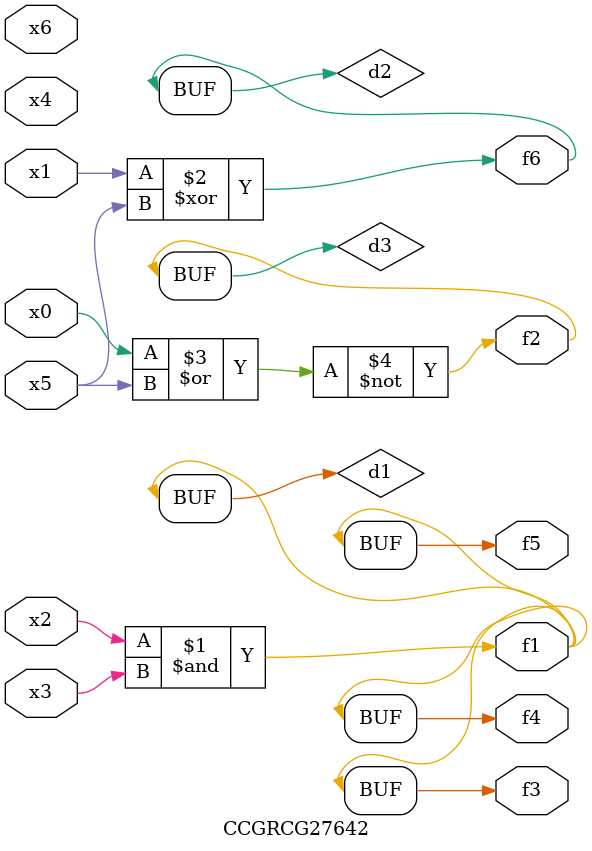
<source format=v>
module CCGRCG27642(
	input x0, x1, x2, x3, x4, x5, x6,
	output f1, f2, f3, f4, f5, f6
);

	wire d1, d2, d3;

	and (d1, x2, x3);
	xor (d2, x1, x5);
	nor (d3, x0, x5);
	assign f1 = d1;
	assign f2 = d3;
	assign f3 = d1;
	assign f4 = d1;
	assign f5 = d1;
	assign f6 = d2;
endmodule

</source>
